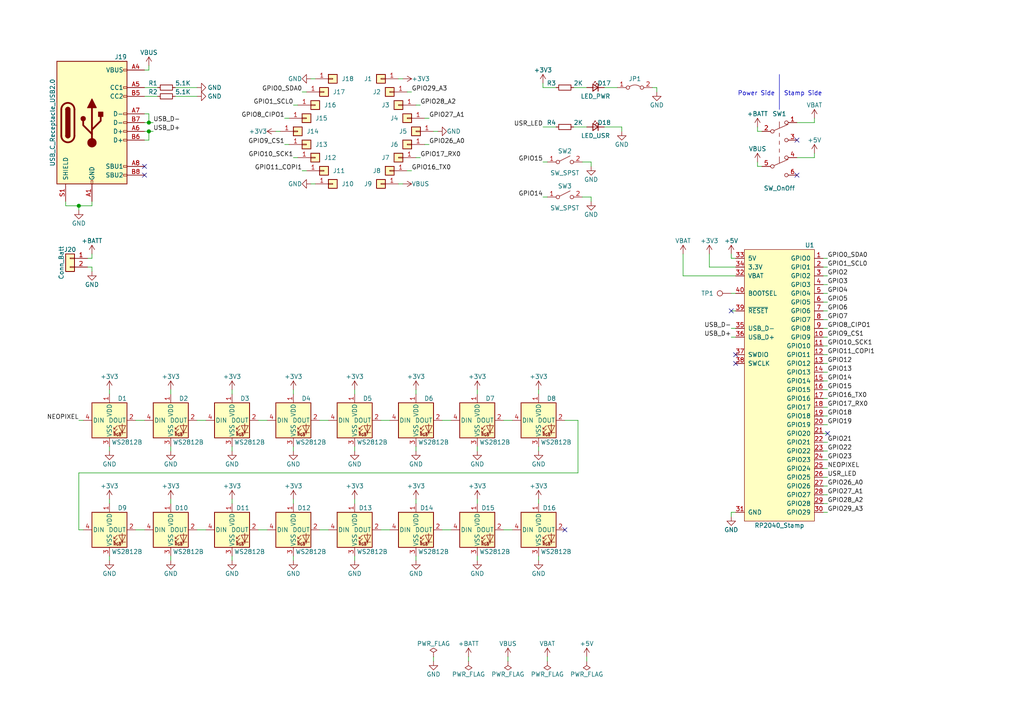
<source format=kicad_sch>
(kicad_sch (version 20220126) (generator eeschema)
  (paper "A4")
  (lib_symbols
    (symbol "Connector:TestPoint" (pin_numbers hide) (pin_names (offset 0.762) hide)
      (property "Reference" "TP" (at 0 6.858 0))
      (property "Value" "TestPoint" (at 0 5.08 0))
      (symbol "TestPoint_1_1"
        (pin passive line (at 0 0 90) (length 2.54) (name "1") (number "1"))
      )
    )
    (symbol "Connector:USB_C_Receptacle_USB2.0" (pin_names (offset 1.016))
      (property "Reference" "J" (at -10.16 19.05 0))
      (property "Value" "USB_C_Receptacle_USB2.0" (at 19.05 19.05 0))
      (symbol "USB_C_Receptacle_USB2.0_1_1"
        (pin passive line (at 0 -22.86 90) (length 5.08) (name "GND") (number "A1"))
        (pin passive line (at 0 -22.86 90) (length 5.08) hide (name "GND") (number "A12"))
        (pin passive line (at 15.24 15.24 180) (length 5.08) (name "VBUS") (number "A4"))
        (pin bidirectional line (at 15.24 10.16 180) (length 5.08) (name "CC1") (number "A5"))
        (pin bidirectional line (at 15.24 -2.54 180) (length 5.08) (name "D+") (number "A6"))
        (pin bidirectional line (at 15.24 2.54 180) (length 5.08) (name "D-") (number "A7"))
        (pin bidirectional line (at 15.24 -12.7 180) (length 5.08) (name "SBU1") (number "A8"))
        (pin passive line (at 15.24 15.24 180) (length 5.08) hide (name "VBUS") (number "A9"))
        (pin passive line (at 0 -22.86 90) (length 5.08) hide (name "GND") (number "B1"))
        (pin passive line (at 0 -22.86 90) (length 5.08) hide (name "GND") (number "B12"))
        (pin passive line (at 15.24 15.24 180) (length 5.08) hide (name "VBUS") (number "B4"))
        (pin bidirectional line (at 15.24 7.62 180) (length 5.08) (name "CC2") (number "B5"))
        (pin bidirectional line (at 15.24 -5.08 180) (length 5.08) (name "D+") (number "B6"))
        (pin bidirectional line (at 15.24 0 180) (length 5.08) (name "D-") (number "B7"))
        (pin bidirectional line (at 15.24 -15.24 180) (length 5.08) (name "SBU2") (number "B8"))
        (pin passive line (at 15.24 15.24 180) (length 5.08) hide (name "VBUS") (number "B9"))
        (pin passive line (at -7.62 -22.86 90) (length 5.08) (name "SHIELD") (number "S1"))
      )
    )
    (symbol "Connector_Generic:Conn_01x01" (pin_names (offset 1.016) hide)
      (property "Reference" "J" (at 0 2.54 0))
      (property "Value" "Conn_01x01" (at 0 -2.54 0))
      (symbol "Conn_01x01_1_1"
        (pin passive line (at -5.08 0 0) (length 3.81) (name "Pin_1") (number "1"))
      )
    )
    (symbol "Connector_Generic:Conn_01x02" (pin_names (offset 1.016) hide)
      (property "Reference" "J" (at 0 2.54 0))
      (property "Value" "Conn_01x02" (at 0 -5.08 0))
      (symbol "Conn_01x02_1_1"
        (pin passive line (at -5.08 0 0) (length 3.81) (name "Pin_1") (number "1"))
        (pin passive line (at -5.08 -2.54 0) (length 3.81) (name "Pin_2") (number "2"))
      )
    )
    (symbol "Device:LED_Small" (pin_numbers hide) (pin_names (offset 0.254) hide)
      (property "Reference" "D" (at -1.27 3.175 0))
      (property "Value" "LED_Small" (at -4.445 -2.54 0))
      (symbol "LED_Small_1_1"
        (pin passive line (at -2.54 0 0) (length 1.778) (name "K") (number "1"))
        (pin passive line (at 2.54 0 180) (length 1.778) (name "A") (number "2"))
      )
    )
    (symbol "Device:R_Small" (pin_numbers hide) (pin_names (offset 0.254) hide)
      (property "Reference" "R" (at 0.762 0.508 0))
      (property "Value" "R_Small" (at 0.762 -1.016 0))
      (symbol "R_Small_1_1"
        (pin passive line (at 0 2.54 270) (length 0.762) (name "~") (number "1"))
        (pin passive line (at 0 -2.54 90) (length 0.762) (name "~") (number "2"))
      )
    )
    (symbol "Jumper:Jumper_2_Bridged" (pin_names (offset 0) hide)
      (property "Reference" "JP" (at 0 1.905 0))
      (property "Value" "Jumper_2_Bridged" (at 0 -2.54 0))
      (symbol "Jumper_2_Bridged_1_1"
        (pin passive line (at -5.08 0 0) (length 2.54) (name "A") (number "1"))
        (pin passive line (at 5.08 0 180) (length 2.54) (name "B") (number "2"))
      )
    )
    (symbol "LED:WS2812B" (pin_names (offset 0.254))
      (property "Reference" "D" (at 5.08 5.715 0))
      (property "Value" "WS2812B" (at 1.27 -5.715 0))
      (symbol "WS2812B_0_0"
        (text "RGB" (at 2.286 -4.191 0) (effects (font (size 0.762 0.762))))
      )
      (symbol "WS2812B_1_1"
        (pin power_in line (at 0 7.62 270) (length 2.54) (name "VDD") (number "1"))
        (pin output line (at 7.62 0 180) (length 2.54) (name "DOUT") (number "2"))
        (pin power_in line (at 0 -7.62 90) (length 2.54) (name "VSS") (number "3"))
        (pin input line (at -7.62 0 0) (length 2.54) (name "DIN") (number "4"))
      )
    )
    (symbol "RP2040_Stamp:RP2040_Stamp" (pin_names (offset 1.016))
      (property "Reference" "U" (at 0 43.18 0))
      (property "Value" "RP2040_Stamp" (at 0 -38.1 0))
      (symbol "RP2040_Stamp_0_0"
        (pin bidirectional line (at 12.7 39.37 180) (length 2.54) (name "GPIO0") (number "1"))
        (pin bidirectional line (at 12.7 16.51 180) (length 2.54) (name "GPIO9") (number "10"))
        (pin bidirectional line (at 12.7 13.97 180) (length 2.54) (name "GPIO10") (number "11"))
        (pin bidirectional line (at 12.7 11.43 180) (length 2.54) (name "GPIO11") (number "12"))
        (pin bidirectional line (at 12.7 8.89 180) (length 2.54) (name "GPIO12") (number "13"))
        (pin bidirectional line (at 12.7 6.35 180) (length 2.54) (name "GPIO13") (number "14"))
        (pin bidirectional line (at 12.7 3.81 180) (length 2.54) (name "GPIO14") (number "15"))
        (pin bidirectional line (at 12.7 1.27 180) (length 2.54) (name "GPIO15") (number "16"))
        (pin bidirectional line (at 12.7 -1.27 180) (length 2.54) (name "GPIO16") (number "17"))
        (pin bidirectional line (at 12.7 -3.81 180) (length 2.54) (name "GPIO17") (number "18"))
        (pin bidirectional line (at 12.7 -6.35 180) (length 2.54) (name "GPIO18") (number "19"))
        (pin bidirectional line (at 12.7 36.83 180) (length 2.54) (name "GPIO1") (number "2"))
        (pin bidirectional line (at 12.7 -8.89 180) (length 2.54) (name "GPIO19") (number "20"))
        (pin bidirectional line (at 12.7 -11.43 180) (length 2.54) (name "GPIO20") (number "21"))
        (pin bidirectional line (at 12.7 -13.97 180) (length 2.54) (name "GPIO21") (number "22"))
        (pin bidirectional line (at 12.7 -16.51 180) (length 2.54) (name "GPIO22") (number "23"))
        (pin bidirectional line (at 12.7 -19.05 180) (length 2.54) (name "GPIO23") (number "24"))
        (pin bidirectional line (at 12.7 -21.59 180) (length 2.54) (name "GPIO24") (number "25"))
        (pin bidirectional line (at 12.7 -24.13 180) (length 2.54) (name "GPIO25") (number "26"))
        (pin bidirectional line (at 12.7 -26.67 180) (length 2.54) (name "GPIO26") (number "27"))
        (pin bidirectional line (at 12.7 -29.21 180) (length 2.54) (name "GPIO27") (number "28"))
        (pin bidirectional line (at 12.7 -31.75 180) (length 2.54) (name "GPIO28") (number "29"))
        (pin bidirectional line (at 12.7 34.29 180) (length 2.54) (name "GPIO2") (number "3"))
        (pin bidirectional line (at 12.7 -34.29 180) (length 2.54) (name "GPIO29") (number "30"))
        (pin power_in line (at -12.7 -34.29 0) (length 2.54) (name "GND") (number "31"))
        (pin power_in line (at -12.7 34.29 0) (length 2.54) (name "VBAT") (number "32"))
        (pin power_in line (at -12.7 39.37 0) (length 2.54) (name "5V") (number "33"))
        (pin power_out line (at -12.7 36.83 0) (length 2.54) (name "3.3V") (number "34"))
        (pin bidirectional line (at -12.7 19.05 0) (length 2.54) (name "USB_D-") (number "35"))
        (pin bidirectional line (at -12.7 16.51 0) (length 2.54) (name "USB_D+") (number "36"))
        (pin bidirectional line (at -12.7 11.43 0) (length 2.54) (name "SWDIO") (number "37"))
        (pin input line (at -12.7 8.89 0) (length 2.54) (name "SWCLK") (number "38"))
        (pin bidirectional line (at -12.7 24.13 0) (length 2.54) (name "~{RESET}") (number "39"))
        (pin bidirectional line (at 12.7 31.75 180) (length 2.54) (name "GPIO3") (number "4"))
        (pin input line (at -12.7 29.21 0) (length 2.54) (name "BOOTSEL") (number "40"))
        (pin bidirectional line (at 12.7 29.21 180) (length 2.54) (name "GPIO4") (number "5"))
        (pin bidirectional line (at 12.7 26.67 180) (length 2.54) (name "GPIO5") (number "6"))
        (pin bidirectional line (at 12.7 24.13 180) (length 2.54) (name "GPIO6") (number "7"))
        (pin bidirectional line (at 12.7 21.59 180) (length 2.54) (name "GPIO7") (number "8"))
        (pin bidirectional line (at 12.7 19.05 180) (length 2.54) (name "GPIO8") (number "9"))
      )
    )
    (symbol "Switch:SW_Push_DPDT" (pin_names (offset 0) hide)
      (property "Reference" "SW" (at 0 8.89 0))
      (property "Value" "SW_Push_DPDT" (at 0 -10.16 0))
      (symbol "SW_Push_DPDT_1_1"
        (pin passive line (at 5.08 7.62 180) (length 2.54) (name "A") (number "1"))
        (pin passive line (at -5.08 5.08 0) (length 2.54) (name "B") (number "2"))
        (pin passive line (at 5.08 2.54 180) (length 2.54) (name "C") (number "3"))
        (pin passive line (at 5.08 -2.54 180) (length 2.54) (name "A") (number "4"))
        (pin passive line (at -5.08 -5.08 0) (length 2.54) (name "B") (number "5"))
        (pin passive line (at 5.08 -7.62 180) (length 2.54) (name "C") (number "6"))
      )
    )
    (symbol "Switch:SW_SPST" (pin_names (offset 0) hide)
      (property "Reference" "SW" (at 0 3.175 0))
      (property "Value" "SW_SPST" (at 0 -2.54 0))
      (symbol "SW_SPST_1_1"
        (pin passive line (at -5.08 0 0) (length 2.54) (name "A") (number "1"))
        (pin passive line (at 5.08 0 180) (length 2.54) (name "B") (number "2"))
      )
    )
    (symbol "power:+3.3V" (power) (pin_names (offset 0))
      (property "Value" "+3.3V" (at 0 3.556 0))
      (symbol "+3.3V_1_1"
        (pin power_in line (at 0 0 90) (length 0) hide (name "+3V3") (number "1"))
      )
    )
    (symbol "power:+5V" (power) (pin_names (offset 0))
      (property "Value" "+5V" (at 0 3.556 0))
      (symbol "+5V_1_1"
        (pin power_in line (at 0 0 90) (length 0) hide (name "+5V") (number "1"))
      )
    )
    (symbol "power:+BATT" (power) (pin_names (offset 0))
      (property "Value" "+BATT" (at 0 3.556 0))
      (symbol "+BATT_1_1"
        (pin power_in line (at 0 0 90) (length 0) hide (name "+BATT") (number "1"))
      )
    )
    (symbol "power:GND" (power) (pin_names (offset 0))
      (property "Value" "GND" (at 0 -3.81 0))
      (symbol "GND_1_1"
        (pin power_in line (at 0 0 270) (length 0) hide (name "GND") (number "1"))
      )
    )
    (symbol "power:PWR_FLAG" (power) (pin_numbers hide) (pin_names (offset 0) hide)
      (property "Value" "PWR_FLAG" (at 0 3.81 0))
      (symbol "PWR_FLAG_0_0"
        (pin power_out line (at 0 0 90) (length 0) (name "pwr") (number "1"))
      )
    )
    (symbol "power:VBUS" (power) (pin_names (offset 0))
      (property "Value" "VBUS" (at 0 3.81 0))
      (symbol "VBUS_1_1"
        (pin power_in line (at 0 0 90) (length 0) hide (name "VBUS") (number "1"))
      )
    )
    (symbol "power_extra:VBAT" (power) (pin_names (offset 0))
      (property "Value" "VBAT" (at 0 3.556 0))
      (symbol "VBAT_1_1"
        (pin power_in line (at 0 0 90) (length 0) hide (name "VBAT") (number "1"))
      )
    )
  )
  (junction (at 43.18 35.56) (diameter 1.016))
  (junction (at 22.86 59.69) (diameter 1.016))
  (junction (at 43.18 38.1) (diameter 1.016))
  (no_connect (at 212.09 90.17))
  (no_connect (at 213.36 105.41))
  (no_connect (at 213.36 102.87))
  (no_connect (at 41.91 50.8))
  (no_connect (at 231.14 40.64))
  (no_connect (at 231.14 50.8))
  (no_connect (at 240.03 125.73))
  (no_connect (at 41.91 48.26))
  (no_connect (at 163.83 153.67))
  (wire (pts (xy 22.86 59.69) (xy 26.67 59.69)))
  (wire (pts (xy 25.4 77.47) (xy 26.67 77.47)))
  (wire (pts (xy 213.36 74.93) (xy 212.09 74.93)))
  (wire (pts (xy 120.65 161.29) (xy 120.65 162.56)))
  (wire (pts (xy 22.86 59.69) (xy 22.86 60.96)))
  (wire (pts (xy 213.36 77.47) (xy 205.74 77.47)))
  (wire (pts (xy 43.18 35.56) (xy 44.45 35.56)))
  (wire (pts (xy 49.53 113.03) (xy 49.53 114.3)))
  (wire (pts (xy 41.91 27.94) (xy 45.72 27.94)))
  (wire (pts (xy 238.76 100.33) (xy 240.03 100.33)))
  (wire (pts (xy 238.76 125.73) (xy 240.03 125.73)))
  (wire (pts (xy 138.43 161.29) (xy 138.43 162.56)))
  (wire (pts (xy 238.76 82.55) (xy 240.03 82.55)))
  (wire (pts (xy 123.19 34.29) (xy 124.46 34.29)))
  (wire (pts (xy 74.93 121.92) (xy 77.47 121.92)))
  (wire (pts (xy 168.91 57.15) (xy 171.45 57.15)))
  (wire (pts (xy 238.76 143.51) (xy 240.03 143.51)))
  (wire (pts (xy 238.76 107.95) (xy 240.03 107.95)))
  (wire (pts (xy 175.26 36.83) (xy 180.34 36.83)))
  (wire (pts (xy 82.55 41.91) (xy 83.82 41.91)))
  (wire (pts (xy 156.21 161.29) (xy 156.21 162.56)))
  (wire (pts (xy 238.76 140.97) (xy 240.03 140.97)))
  (wire (pts (xy 238.76 80.01) (xy 240.03 80.01)))
  (wire (pts (xy 39.37 153.67) (xy 41.91 153.67)))
  (wire (pts (xy 41.91 40.64) (xy 43.18 40.64)))
  (wire (pts (xy 50.8 25.4) (xy 57.15 25.4)))
  (wire (pts (xy 236.22 34.29) (xy 236.22 35.56)))
  (wire (pts (xy 168.91 46.99) (xy 171.45 46.99)))
  (wire (pts (xy 138.43 129.54) (xy 138.43 130.81)))
  (wire (pts (xy 41.91 38.1) (xy 43.18 38.1)))
  (wire (pts (xy 147.32 190.5) (xy 147.32 191.77)))
  (wire (pts (xy 92.71 121.92) (xy 95.25 121.92)))
  (wire (pts (xy 135.89 190.5) (xy 135.89 191.77)))
  (wire (pts (xy 85.09 113.03) (xy 85.09 114.3)))
  (wire (pts (xy 90.17 53.34) (xy 91.44 53.34)))
  (wire (pts (xy 236.22 44.45) (xy 236.22 45.72)))
  (wire (pts (xy 166.37 25.4) (xy 170.18 25.4)))
  (wire (pts (xy 156.21 144.78) (xy 156.21 146.05)))
  (wire (pts (xy 238.76 120.65) (xy 240.03 120.65)))
  (wire (pts (xy 85.09 161.29) (xy 85.09 162.56)))
  (wire (pts (xy 49.53 161.29) (xy 49.53 162.56)))
  (wire (pts (xy 231.14 35.56) (xy 236.22 35.56)))
  (wire (pts (xy 31.75 144.78) (xy 31.75 146.05)))
  (wire (pts (xy 238.76 128.27) (xy 240.03 128.27)))
  (wire (pts (xy 238.76 138.43) (xy 240.03 138.43)))
  (wire (pts (xy 238.76 95.25) (xy 240.03 95.25)))
  (wire (pts (xy 123.19 41.91) (xy 124.46 41.91)))
  (wire (pts (xy 90.17 22.86) (xy 91.44 22.86)))
  (wire (pts (xy 31.75 129.54) (xy 31.75 130.81)))
  (wire (pts (xy 219.71 48.26) (xy 220.98 48.26)))
  (wire (pts (xy 157.48 46.99) (xy 158.75 46.99)))
  (wire (pts (xy 115.57 22.86) (xy 116.84 22.86)))
  (wire (pts (xy 189.23 25.4) (xy 190.5 25.4)))
  (wire (pts (xy 24.13 153.67) (xy 22.86 153.67)))
  (wire (pts (xy 120.65 30.48) (xy 121.92 30.48)))
  (wire (pts (xy 157.48 36.83) (xy 161.29 36.83)))
  (wire (pts (xy 171.45 57.15) (xy 171.45 58.42)))
  (wire (pts (xy 170.18 190.5) (xy 170.18 191.77)))
  (wire (pts (xy 102.87 144.78) (xy 102.87 146.05)))
  (wire (pts (xy 231.14 45.72) (xy 236.22 45.72)))
  (wire (pts (xy 50.8 27.94) (xy 57.15 27.94)))
  (wire (pts (xy 85.09 45.72) (xy 86.36 45.72)))
  (wire (pts (xy 146.05 153.67) (xy 148.59 153.67)))
  (wire (pts (xy 49.53 129.54) (xy 49.53 130.81)))
  (wire (pts (xy 238.76 102.87) (xy 240.03 102.87)))
  (wire (pts (xy 175.26 25.4) (xy 179.07 25.4)))
  (wire (pts (xy 85.09 144.78) (xy 85.09 146.05)))
  (wire (pts (xy 163.83 121.92) (xy 167.64 121.92)))
  (wire (pts (xy 138.43 144.78) (xy 138.43 146.05)))
  (wire (pts (xy 67.31 129.54) (xy 67.31 130.81)))
  (wire (pts (xy 102.87 113.03) (xy 102.87 114.3)))
  (wire (pts (xy 238.76 105.41) (xy 240.03 105.41)))
  (wire (pts (xy 238.76 118.11) (xy 240.03 118.11)))
  (wire (pts (xy 115.57 53.34) (xy 116.84 53.34)))
  (wire (pts (xy 157.48 24.13) (xy 157.48 25.4)))
  (wire (pts (xy 74.93 153.67) (xy 77.47 153.67)))
  (wire (pts (xy 87.63 49.53) (xy 88.9 49.53)))
  (wire (pts (xy 180.34 36.83) (xy 180.34 38.1)))
  (wire (pts (xy 110.49 121.92) (xy 113.03 121.92)))
  (wire (pts (xy 19.05 59.69) (xy 22.86 59.69)))
  (wire (pts (xy 212.09 97.79) (xy 213.36 97.79)))
  (wire (pts (xy 57.15 153.67) (xy 59.69 153.67)))
  (wire (pts (xy 212.09 73.66) (xy 212.09 74.93)))
  (wire (pts (xy 161.29 25.4) (xy 157.48 25.4)))
  (wire (pts (xy 43.18 33.02) (xy 43.18 35.56)))
  (wire (pts (xy 25.4 74.93) (xy 26.67 74.93)))
  (wire (pts (xy 166.37 36.83) (xy 170.18 36.83)))
  (wire (pts (xy 238.76 85.09) (xy 240.03 85.09)))
  (wire (pts (xy 238.76 110.49) (xy 240.03 110.49)))
  (wire (pts (xy 238.76 90.17) (xy 240.03 90.17)))
  (wire (pts (xy 238.76 146.05) (xy 240.03 146.05)))
  (wire (pts (xy 238.76 74.93) (xy 240.03 74.93)))
  (wire (pts (xy 118.11 49.53) (xy 119.38 49.53)))
  (wire (pts (xy 238.76 97.79) (xy 240.03 97.79)))
  (wire (pts (xy 22.86 121.92) (xy 24.13 121.92)))
  (wire (pts (xy 67.31 161.29) (xy 67.31 162.56)))
  (wire (pts (xy 212.09 90.17) (xy 213.36 90.17)))
  (wire (pts (xy 238.76 148.59) (xy 240.03 148.59)))
  (wire (pts (xy 67.31 144.78) (xy 67.31 146.05)))
  (wire (pts (xy 31.75 161.29) (xy 31.75 162.56)))
  (wire (pts (xy 39.37 121.92) (xy 41.91 121.92)))
  (wire (pts (xy 85.09 129.54) (xy 85.09 130.81)))
  (wire (pts (xy 167.64 137.16) (xy 167.64 121.92)))
  (wire (pts (xy 138.43 113.03) (xy 138.43 114.3)))
  (wire (pts (xy 238.76 135.89) (xy 240.03 135.89)))
  (wire (pts (xy 120.65 113.03) (xy 120.65 114.3)))
  (wire (pts (xy 67.31 113.03) (xy 67.31 114.3)))
  (wire (pts (xy 19.05 58.42) (xy 19.05 59.69)))
  (wire (pts (xy 238.76 133.35) (xy 240.03 133.35)))
  (wire (pts (xy 41.91 33.02) (xy 43.18 33.02)))
  (wire (pts (xy 238.76 92.71) (xy 240.03 92.71)))
  (wire (pts (xy 43.18 40.64) (xy 43.18 38.1)))
  (wire (pts (xy 213.36 148.59) (xy 212.09 148.59)))
  (wire (pts (xy 219.71 36.83) (xy 219.71 38.1)))
  (wire (pts (xy 22.86 153.67) (xy 22.86 137.16)))
  (wire (pts (xy 43.18 19.05) (xy 43.18 20.32)))
  (wire (pts (xy 26.67 77.47) (xy 26.67 78.74)))
  (wire (pts (xy 213.36 80.01) (xy 198.12 80.01)))
  (wire (pts (xy 87.63 26.67) (xy 88.9 26.67)))
  (wire (pts (xy 238.76 113.03) (xy 240.03 113.03)))
  (wire (pts (xy 41.91 35.56) (xy 43.18 35.56)))
  (wire (pts (xy 120.65 144.78) (xy 120.65 146.05)))
  (wire (pts (xy 22.86 137.16) (xy 167.64 137.16)))
  (wire (pts (xy 238.76 130.81) (xy 240.03 130.81)))
  (wire (pts (xy 190.5 25.4) (xy 190.5 26.67)))
  (wire (pts (xy 238.76 87.63) (xy 240.03 87.63)))
  (wire (pts (xy 156.21 129.54) (xy 156.21 130.81)))
  (wire (pts (xy 125.73 38.1) (xy 127 38.1)))
  (wire (pts (xy 212.09 95.25) (xy 213.36 95.25)))
  (wire (pts (xy 205.74 73.66) (xy 205.74 77.47)))
  (wire (pts (xy 43.18 38.1) (xy 44.45 38.1)))
  (wire (pts (xy 238.76 77.47) (xy 240.03 77.47)))
  (wire (pts (xy 102.87 161.29) (xy 102.87 162.56)))
  (wire (pts (xy 85.09 30.48) (xy 86.36 30.48)))
  (wire (pts (xy 26.67 73.66) (xy 26.67 74.93)))
  (wire (pts (xy 128.27 121.92) (xy 130.81 121.92)))
  (wire (pts (xy 212.09 85.09) (xy 213.36 85.09)))
  (wire (pts (xy 41.91 20.32) (xy 43.18 20.32)))
  (wire (pts (xy 128.27 153.67) (xy 130.81 153.67)))
  (wire (pts (xy 219.71 38.1) (xy 220.98 38.1)))
  (wire (pts (xy 238.76 123.19) (xy 240.03 123.19)))
  (polyline (pts (xy 226.06 21.59) (xy 226.06 31.75)))
  (wire (pts (xy 49.53 144.78) (xy 49.53 146.05)))
  (wire (pts (xy 238.76 115.57) (xy 240.03 115.57)))
  (wire (pts (xy 125.73 190.5) (xy 125.73 191.77)))
  (wire (pts (xy 156.21 113.03) (xy 156.21 114.3)))
  (wire (pts (xy 92.71 153.67) (xy 95.25 153.67)))
  (wire (pts (xy 110.49 153.67) (xy 113.03 153.67)))
  (wire (pts (xy 198.12 73.66) (xy 198.12 80.01)))
  (wire (pts (xy 212.09 148.59) (xy 212.09 149.86)))
  (wire (pts (xy 57.15 121.92) (xy 59.69 121.92)))
  (wire (pts (xy 120.65 45.72) (xy 121.92 45.72)))
  (wire (pts (xy 118.11 26.67) (xy 119.38 26.67)))
  (wire (pts (xy 146.05 121.92) (xy 148.59 121.92)))
  (wire (pts (xy 31.75 113.03) (xy 31.75 114.3)))
  (wire (pts (xy 82.55 34.29) (xy 83.82 34.29)))
  (wire (pts (xy 157.48 57.15) (xy 158.75 57.15)))
  (wire (pts (xy 219.71 46.99) (xy 219.71 48.26)))
  (wire (pts (xy 171.45 46.99) (xy 171.45 48.26)))
  (wire (pts (xy 120.65 129.54) (xy 120.65 130.81)))
  (wire (pts (xy 41.91 25.4) (xy 45.72 25.4)))
  (wire (pts (xy 158.75 190.5) (xy 158.75 191.77)))
  (wire (pts (xy 80.01 38.1) (xy 81.28 38.1)))
  (wire (pts (xy 26.67 59.69) (xy 26.67 58.42)))
  (wire (pts (xy 102.87 129.54) (xy 102.87 130.81)))
  (text "Stamp Side" (at 227.33 27.94 0) (effects (font (size 1.27 1.27)) (justify left bottom)))
  (text "Power Side" (at 224.79 27.94 0) (effects (font (size 1.27 1.27)) (justify right bottom)))
  (label "GPIO10_SCK1" (at 240.03 100.33 0))
  (label "GPIO15" (at 157.48 46.99 0))
  (label "GPIO11_COPI1" (at 87.63 49.53 0))
  (label "GPIO1_SCL0" (at 240.03 77.47 0))
  (label "GPIO29_A3" (at 240.03 148.59 0))
  (label "GPIO17_RX0" (at 121.92 45.72 0))
  (label "GPIO16_TX0" (at 119.38 49.53 0))
  (label "GPIO7" (at 240.03 92.71 0))
  (label "GPIO9_CS1" (at 240.03 97.79 0))
  (label "GPIO5" (at 240.03 87.63 0))
  (label "GPIO26_A0" (at 124.46 41.91 0))
  (label "GPIO19" (at 240.03 123.19 0))
  (label "GPIO26_A0" (at 240.03 140.97 0))
  (label "GPIO29_A3" (at 119.38 26.67 0))
  (label "GPIO27_A1" (at 124.46 34.29 0))
  (label "USR_LED" (at 157.48 36.83 0))
  (label "USB_D-" (at 44.45 35.56 0))
  (label "USB_D+" (at 212.09 97.79 0))
  (label "USB_D-" (at 212.09 95.25 0))
  (label "GPIO8_CIPO1" (at 240.03 95.25 0))
  (label "USR_LED" (at 240.03 138.43 0))
  (label "GPIO13" (at 240.03 107.95 0))
  (label "GPIO28_A2" (at 121.92 30.48 0))
  (label "GPIO22" (at 240.03 130.81 0))
  (label "GPIO0_SDA0" (at 87.63 26.67 0))
  (label "NEOPIXEL" (at 22.86 121.92 0))
  (label "GPIO21" (at 240.03 128.27 0))
  (label "USB_D+" (at 44.45 38.1 0))
  (label "GPIO0_SDA0" (at 240.03 74.93 0))
  (label "GPIO17_RX0" (at 240.03 118.11 0))
  (label "GPIO27_A1" (at 240.03 143.51 0))
  (label "GPIO4" (at 240.03 85.09 0))
  (label "GPIO15" (at 240.03 113.03 0))
  (label "GPIO14" (at 240.03 110.49 0))
  (label "GPIO14" (at 157.48 57.15 0))
  (label "NEOPIXEL" (at 240.03 135.89 0))
  (label "GPIO11_COPI1" (at 240.03 102.87 0))
  (label "GPIO2" (at 240.03 80.01 0))
  (label "GPIO10_SCK1" (at 85.09 45.72 0))
  (label "GPIO16_TX0" (at 240.03 115.57 0))
  (label "GPIO9_CS1" (at 82.55 41.91 0))
  (label "GPIO1_SCL0" (at 85.09 30.48 0))
  (label "GPIO6" (at 240.03 90.17 0))
  (label "GPIO28_A2" (at 240.03 146.05 0))
  (label "GPIO8_CIPO1" (at 82.55 34.29 0))
  (label "GPIO23" (at 240.03 133.35 0))
  (label "GPIO12" (at 240.03 105.41 0))
  (label "GPIO3" (at 240.03 82.55 0))
  (label "GPIO18" (at 240.03 120.65 0))
  (symbol (lib_id "LED:WS2812B") (at 120.65 153.67 0) (unit 1)
    (property "Reference" "D14" (at 125.73 147.32 0) (effects (justify right)))
    (property "Value" "WS2812B" (at 125.73 160.02 0))
    (property "Footprint" "LED_SMD_Extra:LED_WS2812B_PLCC4_3.5x3.5mm_P1.78mm" (effects hide))
    (property "Datasheet" "https://www.tme.eu/Document/01c0100fee68667af99767edc3a7fee2/WS2812B-MINI.pdf" (effects hide))
    (property "LCSC" "C527089" (effects hide))
  )
  (symbol (lib_id "Connector_Generic:Conn_01x01") (at 110.49 22.86 180) (unit 1) (in_bom no)
    (property "Reference" "J1" (at 107.95 22.86 0) (effects (justify left)))
    (property "Value" "Conn_01x01" (effects hide))
    (property "Footprint" "rp2040_stamp_round:MountingHole_3.2mm_M3_Pad_Polygon" (effects hide))
  )
  (symbol (lib_id "LED:WS2812B") (at 31.75 153.67 0) (unit 1)
    (property "Reference" "D9" (at 36.83 147.32 0) (effects (justify right)))
    (property "Value" "WS2812B" (at 36.83 160.02 0))
    (property "Footprint" "LED_SMD_Extra:LED_WS2812B_PLCC4_3.5x3.5mm_P1.78mm" (effects hide))
    (property "Datasheet" "https://www.tme.eu/Document/01c0100fee68667af99767edc3a7fee2/WS2812B-MINI.pdf" (effects hide))
    (property "LCSC" "C527089" (effects hide))
  )
  (symbol (lib_id "power:GND") (at 171.45 48.26 0) (unit 1)
    (property "Reference" "#PWR0107" (effects hide))
    (property "Value" "GND" (at 171.45 52.07 0))
  )
  (symbol (lib_id "power:+BATT") (at 26.67 73.66 0) (unit 1)
    (property "Reference" "#PWR041" (effects hide))
    (property "Value" "+BATT" (at 26.67 69.85 0))
  )
  (symbol (lib_id "power:+3.3V") (at 85.09 144.78 0) (unit 1)
    (property "Reference" "#PWR020" (effects hide))
    (property "Value" "+3.3V" (at 85.09 140.97 0))
  )
  (symbol (lib_id "Connector_Generic:Conn_01x01") (at 91.44 45.72 0) (unit 1) (in_bom no)
    (property "Reference" "J12" (at 93.98 45.72 0) (effects (justify left)))
    (property "Value" "Conn_01x01" (effects hide))
    (property "Footprint" "rp2040_stamp_round:MountingHole_3.2mm_M3_Pad_Polygon" (effects hide))
  )
  (symbol (lib_id "Connector_Generic:Conn_01x01") (at 88.9 34.29 0) (unit 1) (in_bom no)
    (property "Reference" "J15" (at 91.44 34.29 0) (effects (justify left)))
    (property "Value" "Conn_01x01" (effects hide))
    (property "Footprint" "rp2040_stamp_round:MountingHole_3.2mm_M3_Pad_Polygon" (effects hide))
  )
  (symbol (lib_id "power:+3.3V") (at 156.21 144.78 0) (unit 1)
    (property "Reference" "#PWR024" (effects hide))
    (property "Value" "+3.3V" (at 156.21 140.97 0))
  )
  (symbol (lib_id "power:VBUS") (at 147.32 190.5 0) (unit 1)
    (property "Reference" "#PWR0109" (effects hide))
    (property "Value" "VBUS" (at 147.32 186.69 0))
  )
  (symbol (lib_id "Connector_Generic:Conn_01x01") (at 113.03 26.67 180) (unit 1) (in_bom no)
    (property "Reference" "J2" (at 110.49 26.67 0) (effects (justify left)))
    (property "Value" "Conn_01x01" (effects hide))
    (property "Footprint" "rp2040_stamp_round:MountingHole_3.2mm_M3_Pad_Polygon" (effects hide))
  )
  (symbol (lib_id "LED:WS2812B") (at 138.43 153.67 0) (unit 1)
    (property "Reference" "D15" (at 143.51 147.32 0) (effects (justify right)))
    (property "Value" "WS2812B" (at 143.51 160.02 0))
    (property "Footprint" "LED_SMD_Extra:LED_WS2812B_PLCC4_3.5x3.5mm_P1.78mm" (effects hide))
    (property "Datasheet" "https://www.tme.eu/Document/01c0100fee68667af99767edc3a7fee2/WS2812B-MINI.pdf" (effects hide))
    (property "LCSC" "C527089" (effects hide))
  )
  (symbol (lib_id "Connector_Generic:Conn_01x02") (at 20.32 74.93 0) (mirror y) (unit 1)
    (property "Reference" "J20" (at 20.32 72.39 0))
    (property "Value" "Conn_Batt" (at 17.78 76.2 90))
    (property "Footprint" "Connector_JST:JST_PH_S2B-PH-SM4-TB_1x02-1MP_P2.00mm_Horizontal" (effects hide))
    (property "LCSC" "C47647" (effects hide))
  )
  (symbol (lib_id "power:PWR_FLAG") (at 170.18 191.77 180) (unit 1)
    (property "Reference" "#FLG0105" (effects hide))
    (property "Value" "PWR_FLAG" (at 170.18 195.58 0))
  )
  (symbol (lib_id "Connector_Generic:Conn_01x01") (at 115.57 30.48 180) (unit 1) (in_bom no)
    (property "Reference" "J3" (at 113.03 30.48 0) (effects (justify left)))
    (property "Value" "Conn_01x01" (effects hide))
    (property "Footprint" "rp2040_stamp_round:MountingHole_3.2mm_M3_Pad_Polygon" (effects hide))
  )
  (symbol (lib_id "power:GND") (at 127 38.1 90) (unit 1)
    (property "Reference" "#PWR0101" (effects hide))
    (property "Value" "GND" (at 129.54 38.1 90) (effects (justify right)))
  )
  (symbol (lib_id "power:GND") (at 171.45 58.42 0) (unit 1)
    (property "Reference" "#PWR0108" (effects hide))
    (property "Value" "GND" (at 171.45 62.23 0))
  )
  (symbol (lib_id "LED:WS2812B") (at 67.31 121.92 0) (unit 1)
    (property "Reference" "D3" (at 72.39 115.57 0) (effects (justify right)))
    (property "Value" "WS2812B" (at 72.39 128.27 0))
    (property "Footprint" "LED_SMD_Extra:LED_WS2812B_PLCC4_3.5x3.5mm_P1.78mm" (effects hide))
    (property "Datasheet" "https://www.tme.eu/Document/01c0100fee68667af99767edc3a7fee2/WS2812B-MINI.pdf" (effects hide))
    (property "LCSC" "C527089" (effects hide))
  )
  (symbol (lib_id "power:GND") (at 57.15 27.94 90) (unit 1)
    (property "Reference" "#PWR035" (effects hide))
    (property "Value" "GND" (at 62.23 27.94 90))
  )
  (symbol (lib_id "Switch:SW_Push_DPDT") (at 226.06 43.18 0) (unit 1)
    (property "Reference" "SW1" (at 226.06 33.02 0))
    (property "Value" "SW_OnOff" (at 226.06 54.61 0))
    (property "Footprint" "Button_Switch_SMD:SW_DPDT_CK_JS202011JCQN" (effects hide))
    (property "LCSC" "C221665" (effects hide))
    (property "Digikey" "CKN10723CT-ND" (effects hide))
    (property "Mouser" "611-JS202011JCQN" (effects hide))
  )
  (symbol (lib_id "LED:WS2812B") (at 156.21 153.67 0) (unit 1)
    (property "Reference" "D16" (at 161.29 147.32 0) (effects (justify right)))
    (property "Value" "WS2812B" (at 161.29 160.02 0))
    (property "Footprint" "LED_SMD_Extra:LED_WS2812B_PLCC4_3.5x3.5mm_P1.78mm" (effects hide))
    (property "Datasheet" "https://www.tme.eu/Document/01c0100fee68667af99767edc3a7fee2/WS2812B-MINI.pdf" (effects hide))
    (property "LCSC" "C527089" (effects hide))
  )
  (symbol (lib_id "power:GND") (at 156.21 130.81 0) (unit 1)
    (property "Reference" "#PWR016" (effects hide))
    (property "Value" "GND" (at 156.21 134.62 0))
  )
  (symbol (lib_id "power:VBUS") (at 219.71 46.99 0) (unit 1)
    (property "Reference" "#PWR037" (effects hide))
    (property "Value" "VBUS" (at 219.71 43.18 0))
  )
  (symbol (lib_id "power:GND") (at 31.75 162.56 0) (unit 1)
    (property "Reference" "#PWR025" (effects hide))
    (property "Value" "GND" (at 31.75 166.37 0))
  )
  (symbol (lib_id "power:PWR_FLAG") (at 158.75 191.77 180) (unit 1)
    (property "Reference" "#FLG0104" (effects hide))
    (property "Value" "PWR_FLAG" (at 158.75 195.58 0))
  )
  (symbol (lib_id "power:+3.3V") (at 67.31 113.03 0) (unit 1)
    (property "Reference" "#PWR03" (effects hide))
    (property "Value" "+3.3V" (at 67.31 109.22 0))
  )
  (symbol (lib_id "power:+5V") (at 170.18 190.5 0) (unit 1)
    (property "Reference" "#PWR0112" (effects hide))
    (property "Value" "+5V" (at 170.18 186.69 0))
  )
  (symbol (lib_id "power:+3.3V") (at 67.31 144.78 0) (unit 1)
    (property "Reference" "#PWR019" (effects hide))
    (property "Value" "+3.3V" (at 67.31 140.97 0))
  )
  (symbol (lib_id "power:GND") (at 22.86 60.96 0) (unit 1)
    (property "Reference" "#PWR040" (effects hide))
    (property "Value" "GND" (at 22.86 64.77 0))
  )
  (symbol (lib_id "power:+3.3V") (at 102.87 113.03 0) (unit 1)
    (property "Reference" "#PWR05" (effects hide))
    (property "Value" "+3.3V" (at 102.87 109.22 0))
  )
  (symbol (lib_id "Connector:TestPoint") (at 212.09 85.09 90) (unit 1) (in_bom no)
    (property "Reference" "TP1" (at 207.01 85.09 90) (effects (justify left)))
    (property "Value" "TP_BOOTSEL" (effects hide))
    (property "Footprint" "TestPoint:TestPoint_Pad_D2.0mm" (effects hide))
  )
  (symbol (lib_id "power:GND") (at 31.75 130.81 0) (unit 1)
    (property "Reference" "#PWR09" (effects hide))
    (property "Value" "GND" (at 31.75 134.62 0))
  )
  (symbol (lib_id "Connector_Generic:Conn_01x01") (at 86.36 38.1 0) (unit 1) (in_bom no)
    (property "Reference" "J14" (at 88.9 38.1 0) (effects (justify left)))
    (property "Value" "Conn_01x01" (effects hide))
    (property "Footprint" "rp2040_stamp_round:MountingHole_3.2mm_M3_Pad_Polygon" (effects hide))
  )
  (symbol (lib_id "Connector_Generic:Conn_01x01") (at 120.65 38.1 180) (unit 1) (in_bom no)
    (property "Reference" "J5" (at 118.11 38.1 0) (effects (justify left)))
    (property "Value" "Conn_01x01" (effects hide))
    (property "Footprint" "rp2040_stamp_round:MountingHole_3.2mm_M3_Pad_Polygon" (effects hide))
  )
  (symbol (lib_id "power:GND") (at 180.34 38.1 0) (unit 1)
    (property "Reference" "#PWR049" (effects hide))
    (property "Value" "GND" (at 180.34 41.91 0))
  )
  (symbol (lib_id "power:PWR_FLAG") (at 147.32 191.77 180) (unit 1)
    (property "Reference" "#FLG0103" (effects hide))
    (property "Value" "PWR_FLAG" (at 147.32 195.58 0))
  )
  (symbol (lib_id "Connector_Generic:Conn_01x01") (at 88.9 41.91 0) (unit 1) (in_bom no)
    (property "Reference" "J13" (at 91.44 41.91 0) (effects (justify left)))
    (property "Value" "Conn_01x01" (effects hide))
    (property "Footprint" "rp2040_stamp_round:MountingHole_3.2mm_M3_Pad_Polygon" (effects hide))
  )
  (symbol (lib_id "LED:WS2812B") (at 67.31 153.67 0) (unit 1)
    (property "Reference" "D11" (at 72.39 147.32 0) (effects (justify right)))
    (property "Value" "WS2812B" (at 72.39 160.02 0))
    (property "Footprint" "LED_SMD_Extra:LED_WS2812B_PLCC4_3.5x3.5mm_P1.78mm" (effects hide))
    (property "Datasheet" "https://www.tme.eu/Document/01c0100fee68667af99767edc3a7fee2/WS2812B-MINI.pdf" (effects hide))
    (property "LCSC" "C527089" (effects hide))
  )
  (symbol (lib_id "power:+3.3V") (at 85.09 113.03 0) (unit 1)
    (property "Reference" "#PWR04" (effects hide))
    (property "Value" "+3.3V" (at 85.09 109.22 0))
  )
  (symbol (lib_id "power:GND") (at 138.43 162.56 0) (unit 1)
    (property "Reference" "#PWR031" (effects hide))
    (property "Value" "GND" (at 138.43 166.37 0))
  )
  (symbol (lib_id "Connector_Generic:Conn_01x01") (at 93.98 49.53 0) (unit 1) (in_bom no)
    (property "Reference" "J11" (at 96.52 49.53 0) (effects (justify left)))
    (property "Value" "Conn_01x01" (effects hide))
    (property "Footprint" "rp2040_stamp_round:MountingHole_3.2mm_M3_Pad_Polygon" (effects hide))
  )
  (symbol (lib_id "power:+BATT") (at 219.71 36.83 0) (unit 1)
    (property "Reference" "#PWR039" (effects hide))
    (property "Value" "+BATT" (at 219.71 33.02 0))
  )
  (symbol (lib_id "power:+3.3V") (at 157.48 24.13 0) (unit 1)
    (property "Reference" "#PWR047" (effects hide))
    (property "Value" "+3.3V" (at 157.48 20.32 0))
  )
  (symbol (lib_id "power:+3.3V") (at 156.21 113.03 0) (unit 1)
    (property "Reference" "#PWR08" (effects hide))
    (property "Value" "+3.3V" (at 156.21 109.22 0))
  )
  (symbol (lib_id "power:GND") (at 49.53 130.81 0) (unit 1)
    (property "Reference" "#PWR010" (effects hide))
    (property "Value" "GND" (at 49.53 134.62 0))
  )
  (symbol (lib_id "Connector_Generic:Conn_01x01") (at 118.11 41.91 180) (unit 1) (in_bom no)
    (property "Reference" "J6" (at 115.57 41.91 0) (effects (justify left)))
    (property "Value" "Conn_01x01" (effects hide))
    (property "Footprint" "rp2040_stamp_round:MountingHole_3.2mm_M3_Pad_Polygon" (effects hide))
  )
  (symbol (lib_id "power:+3.3V") (at 49.53 144.78 0) (unit 1)
    (property "Reference" "#PWR018" (effects hide))
    (property "Value" "+3.3V" (at 49.53 140.97 0))
  )
  (symbol (lib_id "power:GND") (at 125.73 191.77 0) (unit 1)
    (property "Reference" "#PWR0110" (effects hide))
    (property "Value" "GND" (at 125.73 195.58 0))
  )
  (symbol (lib_id "Connector_Generic:Conn_01x01") (at 96.52 22.86 0) (unit 1) (in_bom no)
    (property "Reference" "J18" (at 99.06 22.86 0) (effects (justify left)))
    (property "Value" "Conn_01x01" (effects hide))
    (property "Footprint" "rp2040_stamp_round:MountingHole_3.2mm_M3_Pad_Polygon" (effects hide))
  )
  (symbol (lib_id "power:+3.3V") (at 80.01 38.1 90) (unit 1)
    (property "Reference" "#PWR0103" (effects hide))
    (property "Value" "+3.3V" (at 77.47 38.1 90) (effects (justify left)))
  )
  (symbol (lib_id "power:VBUS") (at 116.84 53.34 270) (unit 1)
    (property "Reference" "#PWR0104" (effects hide))
    (property "Value" "VBUS" (at 119.38 53.34 90) (effects (justify left)))
  )
  (symbol (lib_id "power:+3.3V") (at 102.87 144.78 0) (unit 1)
    (property "Reference" "#PWR021" (effects hide))
    (property "Value" "+3.3V" (at 102.87 140.97 0))
  )
  (symbol (lib_id "power:+3.3V") (at 31.75 113.03 0) (unit 1)
    (property "Reference" "#PWR01" (effects hide))
    (property "Value" "+3.3V" (at 31.75 109.22 0))
  )
  (symbol (lib_id "power:+3.3V") (at 120.65 144.78 0) (unit 1)
    (property "Reference" "#PWR022" (effects hide))
    (property "Value" "+3.3V" (at 120.65 140.97 0))
  )
  (symbol (lib_id "power:GND") (at 90.17 53.34 270) (unit 1)
    (property "Reference" "#PWR0102" (effects hide))
    (property "Value" "GND" (at 87.63 53.34 90) (effects (justify right)))
  )
  (symbol (lib_id "power:+5V") (at 236.22 44.45 0) (unit 1)
    (property "Reference" "#PWR036" (effects hide))
    (property "Value" "+5V" (at 236.22 40.64 0))
  )
  (symbol (lib_id "Switch:SW_SPST") (at 163.83 57.15 0) (unit 1)
    (property "Reference" "SW3" (at 163.83 53.975 0))
    (property "Value" "SW_SPST" (at 163.83 60.325 0))
    (property "Footprint" "Button_Switch_SMD:SW_SPST_B3U-1000P-B" (effects hide))
    (property "LCSC" "C561514" (effects hide))
  )
  (symbol (lib_id "Device:R_Small") (at 48.26 25.4 90) (unit 1)
    (property "Reference" "R1" (at 45.72 24.13 90) (effects (justify left)))
    (property "Value" "5.1K" (at 50.8 24.13 90) (effects (justify right)))
    (property "Footprint" "Resistor_SMD:R_0603_1608Metric" (effects hide))
  )
  (symbol (lib_id "power:+3.3V") (at 138.43 113.03 0) (unit 1)
    (property "Reference" "#PWR07" (effects hide))
    (property "Value" "+3.3V" (at 138.43 109.22 0))
  )
  (symbol (lib_id "power:GND") (at 67.31 162.56 0) (unit 1)
    (property "Reference" "#PWR027" (effects hide))
    (property "Value" "GND" (at 67.31 166.37 0))
  )
  (symbol (lib_id "Connector_Generic:Conn_01x01") (at 91.44 30.48 0) (unit 1) (in_bom no)
    (property "Reference" "J16" (at 93.98 30.48 0) (effects (justify left)))
    (property "Value" "Conn_01x01" (effects hide))
    (property "Footprint" "rp2040_stamp_round:MountingHole_3.2mm_M3_Pad_Polygon" (effects hide))
  )
  (symbol (lib_id "Switch:SW_SPST") (at 163.83 46.99 0) (unit 1)
    (property "Reference" "SW2" (at 163.83 43.815 0))
    (property "Value" "SW_SPST" (at 163.83 50.165 0))
    (property "Footprint" "Button_Switch_SMD:SW_SPST_B3U-1000P-B" (effects hide))
    (property "LCSC" "C561514" (effects hide))
  )
  (symbol (lib_id "LED:WS2812B") (at 49.53 121.92 0) (unit 1)
    (property "Reference" "D2" (at 54.61 115.57 0) (effects (justify right)))
    (property "Value" "WS2812B" (at 54.61 128.27 0))
    (property "Footprint" "LED_SMD_Extra:LED_WS2812B_PLCC4_3.5x3.5mm_P1.78mm" (effects hide))
    (property "Datasheet" "https://www.tme.eu/Document/01c0100fee68667af99767edc3a7fee2/WS2812B-MINI.pdf" (effects hide))
    (property "LCSC" "C527089" (effects hide))
  )
  (symbol (lib_id "power:GND") (at 85.09 162.56 0) (unit 1)
    (property "Reference" "#PWR028" (effects hide))
    (property "Value" "GND" (at 85.09 166.37 0))
  )
  (symbol (lib_id "power_extra:VBAT") (at 198.12 73.66 0) (unit 1)
    (property "Reference" "#PWR042" (effects hide))
    (property "Value" "VBAT" (at 198.12 69.85 0))
  )
  (symbol (lib_id "power:+3.3V") (at 120.65 113.03 0) (unit 1)
    (property "Reference" "#PWR06" (effects hide))
    (property "Value" "+3.3V" (at 120.65 109.22 0))
  )
  (symbol (lib_id "power:GND") (at 102.87 162.56 0) (unit 1)
    (property "Reference" "#PWR029" (effects hide))
    (property "Value" "GND" (at 102.87 166.37 0))
  )
  (symbol (lib_id "power:+3.3V") (at 49.53 113.03 0) (unit 1)
    (property "Reference" "#PWR02" (effects hide))
    (property "Value" "+3.3V" (at 49.53 109.22 0))
  )
  (symbol (lib_id "Device:LED_Small") (at 172.72 25.4 0) (mirror y) (unit 1)
    (property "Reference" "D17" (at 175.26 24.13 0))
    (property "Value" "LED_PWR" (at 172.72 27.94 0))
    (property "Footprint" "LED_SMD:LED_0603_1608Metric" (effects hide))
  )
  (symbol (lib_id "power:+3.3V") (at 205.74 73.66 0) (unit 1)
    (property "Reference" "#PWR043" (effects hide))
    (property "Value" "+3.3V" (at 205.74 69.85 0))
  )
  (symbol (lib_id "power:VBUS") (at 43.18 19.05 0) (unit 1)
    (property "Reference" "#PWR033" (effects hide))
    (property "Value" "VBUS" (at 43.18 15.24 0))
  )
  (symbol (lib_id "power:PWR_FLAG") (at 135.89 191.77 180) (unit 1)
    (property "Reference" "#FLG0102" (effects hide))
    (property "Value" "PWR_FLAG" (at 135.89 195.58 0))
  )
  (symbol (lib_id "LED:WS2812B") (at 102.87 153.67 0) (unit 1)
    (property "Reference" "D13" (at 107.95 147.32 0) (effects (justify right)))
    (property "Value" "WS2812B" (at 107.95 160.02 0))
    (property "Footprint" "LED_SMD_Extra:LED_WS2812B_PLCC4_3.5x3.5mm_P1.78mm" (effects hide))
    (property "Datasheet" "https://www.tme.eu/Document/01c0100fee68667af99767edc3a7fee2/WS2812B-MINI.pdf" (effects hide))
    (property "LCSC" "C527089" (effects hide))
  )
  (symbol (lib_id "LED:WS2812B") (at 138.43 121.92 0) (unit 1)
    (property "Reference" "D7" (at 143.51 115.57 0) (effects (justify right)))
    (property "Value" "WS2812B" (at 143.51 128.27 0))
    (property "Footprint" "LED_SMD_Extra:LED_WS2812B_PLCC4_3.5x3.5mm_P1.78mm" (effects hide))
    (property "Datasheet" "https://www.tme.eu/Document/01c0100fee68667af99767edc3a7fee2/WS2812B-MINI.pdf" (effects hide))
    (property "LCSC" "C527089" (effects hide))
  )
  (symbol (lib_id "Connector_Generic:Conn_01x01") (at 115.57 45.72 180) (unit 1) (in_bom no)
    (property "Reference" "J7" (at 113.03 45.72 0) (effects (justify left)))
    (property "Value" "Conn_01x01" (effects hide))
    (property "Footprint" "rp2040_stamp_round:MountingHole_3.2mm_M3_Pad_Polygon" (effects hide))
  )
  (symbol (lib_id "power:GND") (at 138.43 130.81 0) (unit 1)
    (property "Reference" "#PWR015" (effects hide))
    (property "Value" "GND" (at 138.43 134.62 0))
  )
  (symbol (lib_id "RP2040_Stamp:RP2040_Stamp") (at 226.06 114.3 0) (unit 1)
    (property "Reference" "U1" (at 236.22 71.12 0) (effects (justify right)))
    (property "Value" "RP2040_Stamp" (at 226.06 152.4 0))
    (property "Footprint" "RP2040_Stamp:RP2040_Stamp_Springs" (effects hide))
  )
  (symbol (lib_id "LED:WS2812B") (at 85.09 153.67 0) (unit 1)
    (property "Reference" "D12" (at 90.17 147.32 0) (effects (justify right)))
    (property "Value" "WS2812B" (at 90.17 160.02 0))
    (property "Footprint" "LED_SMD_Extra:LED_WS2812B_PLCC4_3.5x3.5mm_P1.78mm" (effects hide))
    (property "Datasheet" "https://www.tme.eu/Document/01c0100fee68667af99767edc3a7fee2/WS2812B-MINI.pdf" (effects hide))
    (property "LCSC" "C527089" (effects hide))
  )
  (symbol (lib_id "LED:WS2812B") (at 85.09 121.92 0) (unit 1)
    (property "Reference" "D4" (at 90.17 115.57 0) (effects (justify right)))
    (property "Value" "WS2812B" (at 90.17 128.27 0))
    (property "Footprint" "LED_SMD_Extra:LED_WS2812B_PLCC4_3.5x3.5mm_P1.78mm" (effects hide))
    (property "Datasheet" "https://www.tme.eu/Document/01c0100fee68667af99767edc3a7fee2/WS2812B-MINI.pdf" (effects hide))
    (property "LCSC" "C527089" (effects hide))
  )
  (symbol (lib_id "power:+3.3V") (at 31.75 144.78 0) (unit 1)
    (property "Reference" "#PWR017" (effects hide))
    (property "Value" "+3.3V" (at 31.75 140.97 0))
  )
  (symbol (lib_id "Device:R_Small") (at 163.83 25.4 90) (unit 1)
    (property "Reference" "R3" (at 161.29 24.13 90) (effects (justify left)))
    (property "Value" "2K" (at 166.37 24.13 90) (effects (justify right)))
    (property "Footprint" "Resistor_SMD:R_0603_1608Metric" (effects hide))
  )
  (symbol (lib_id "power:GND") (at 212.09 149.86 0) (unit 1)
    (property "Reference" "#PWR046" (effects hide))
    (property "Value" "GND" (at 212.09 153.67 0))
  )
  (symbol (lib_id "power:GND") (at 120.65 162.56 0) (unit 1)
    (property "Reference" "#PWR030" (effects hide))
    (property "Value" "GND" (at 120.65 166.37 0))
  )
  (symbol (lib_id "power:+5V") (at 212.09 73.66 0) (unit 1)
    (property "Reference" "#PWR044" (effects hide))
    (property "Value" "+5V" (at 212.09 69.85 0))
  )
  (symbol (lib_id "power:+BATT") (at 135.89 190.5 0) (unit 1)
    (property "Reference" "#PWR0111" (effects hide))
    (property "Value" "+BATT" (at 135.89 186.69 0))
  )
  (symbol (lib_id "Connector_Generic:Conn_01x01") (at 113.03 49.53 180) (unit 1) (in_bom no)
    (property "Reference" "J8" (at 110.49 49.53 0) (effects (justify left)))
    (property "Value" "Conn_01x01" (effects hide))
    (property "Footprint" "rp2040_stamp_round:MountingHole_3.2mm_M3_Pad_Polygon" (effects hide))
  )
  (symbol (lib_id "power:GND") (at 57.15 25.4 90) (unit 1)
    (property "Reference" "#PWR034" (effects hide))
    (property "Value" "GND" (at 62.23 25.4 90))
  )
  (symbol (lib_id "power_extra:VBAT") (at 236.22 34.29 0) (unit 1)
    (property "Reference" "#PWR038" (effects hide))
    (property "Value" "VBAT" (at 236.22 30.48 0))
  )
  (symbol (lib_id "power:GND") (at 85.09 130.81 0) (unit 1)
    (property "Reference" "#PWR012" (effects hide))
    (property "Value" "GND" (at 85.09 134.62 0))
  )
  (symbol (lib_id "LED:WS2812B") (at 102.87 121.92 0) (unit 1)
    (property "Reference" "D5" (at 107.95 115.57 0) (effects (justify right)))
    (property "Value" "WS2812B" (at 107.95 128.27 0))
    (property "Footprint" "LED_SMD_Extra:LED_WS2812B_PLCC4_3.5x3.5mm_P1.78mm" (effects hide))
    (property "Datasheet" "https://www.tme.eu/Document/01c0100fee68667af99767edc3a7fee2/WS2812B-MINI.pdf" (effects hide))
    (property "LCSC" "C527089" (effects hide))
  )
  (symbol (lib_id "LED:WS2812B") (at 120.65 121.92 0) (unit 1)
    (property "Reference" "D6" (at 125.73 115.57 0) (effects (justify right)))
    (property "Value" "WS2812B" (at 125.73 128.27 0))
    (property "Footprint" "LED_SMD_Extra:LED_WS2812B_PLCC4_3.5x3.5mm_P1.78mm" (effects hide))
    (property "Datasheet" "https://www.tme.eu/Document/01c0100fee68667af99767edc3a7fee2/WS2812B-MINI.pdf" (effects hide))
    (property "LCSC" "C527089" (effects hide))
  )
  (symbol (lib_id "power:GND") (at 49.53 162.56 0) (unit 1)
    (property "Reference" "#PWR026" (effects hide))
    (property "Value" "GND" (at 49.53 166.37 0))
  )
  (symbol (lib_id "Device:R_Small") (at 48.26 27.94 90) (unit 1)
    (property "Reference" "R2" (at 45.72 26.67 90) (effects (justify left)))
    (property "Value" "5.1K" (at 50.8 26.67 90) (effects (justify right)))
    (property "Footprint" "Resistor_SMD:R_0603_1608Metric" (effects hide))
  )
  (symbol (lib_id "Connector_Generic:Conn_01x01") (at 110.49 53.34 180) (unit 1) (in_bom no)
    (property "Reference" "J9" (at 107.95 53.34 0) (effects (justify left)))
    (property "Value" "Conn_01x01" (effects hide))
    (property "Footprint" "rp2040_stamp_round:MountingHole_3.2mm_M3_Pad_Polygon" (effects hide))
  )
  (symbol (lib_id "Connector_Generic:Conn_01x01") (at 96.52 53.34 0) (unit 1) (in_bom no)
    (property "Reference" "J10" (at 99.06 53.34 0) (effects (justify left)))
    (property "Value" "Conn_01x01" (effects hide))
    (property "Footprint" "rp2040_stamp_round:MountingHole_3.2mm_M3_Pad_Polygon" (effects hide))
  )
  (symbol (lib_id "Connector_Generic:Conn_01x01") (at 118.11 34.29 180) (unit 1) (in_bom no)
    (property "Reference" "J4" (at 115.57 34.29 0) (effects (justify left)))
    (property "Value" "Conn_01x01" (effects hide))
    (property "Footprint" "rp2040_stamp_round:MountingHole_3.2mm_M3_Pad_Polygon" (effects hide))
  )
  (symbol (lib_id "LED:WS2812B") (at 49.53 153.67 0) (unit 1)
    (property "Reference" "D10" (at 54.61 147.32 0) (effects (justify right)))
    (property "Value" "WS2812B" (at 54.61 160.02 0))
    (property "Footprint" "LED_SMD_Extra:LED_WS2812B_PLCC4_3.5x3.5mm_P1.78mm" (effects hide))
    (property "Datasheet" "https://www.tme.eu/Document/01c0100fee68667af99767edc3a7fee2/WS2812B-MINI.pdf" (effects hide))
    (property "LCSC" "C527089" (effects hide))
  )
  (symbol (lib_id "power:GND") (at 26.67 78.74 0) (unit 1)
    (property "Reference" "#PWR045" (effects hide))
    (property "Value" "GND" (at 26.67 82.55 0))
  )
  (symbol (lib_id "power:GND") (at 90.17 22.86 270) (unit 1)
    (property "Reference" "#PWR0106" (effects hide))
    (property "Value" "GND" (at 87.63 22.86 90) (effects (justify right)))
  )
  (symbol (lib_id "Connector:USB_C_Receptacle_USB2.0") (at 26.67 35.56 0) (unit 1)
    (property "Reference" "J19" (at 36.83 16.51 0) (effects (justify right)))
    (property "Value" "USB_C_Receptacle_USB2.0" (at 15.24 35.56 90))
    (property "Footprint" "Connector_USB:USB_C_Receptacle_XKB_U262-16XN-4BVC11" (effects hide))
    (property "Datasheet" "https://www.usb.org/sites/default/files/documents/usb_type-c.zip" (effects hide))
    (property "LCSC" "C319148" (effects hide))
  )
  (symbol (lib_id "power_extra:VBAT") (at 158.75 190.5 0) (unit 1)
    (property "Reference" "#PWR0113" (effects hide))
    (property "Value" "VBAT" (at 158.75 186.69 0))
  )
  (symbol (lib_id "LED:WS2812B") (at 31.75 121.92 0) (unit 1)
    (property "Reference" "D1" (at 36.83 115.57 0) (effects (justify right)))
    (property "Value" "WS2812B" (at 36.83 128.27 0))
    (property "Footprint" "LED_SMD_Extra:LED_WS2812B_PLCC4_3.5x3.5mm_P1.78mm" (effects hide))
    (property "Datasheet" "https://www.tme.eu/Document/01c0100fee68667af99767edc3a7fee2/WS2812B-MINI.pdf" (effects hide))
    (property "LCSC" "C527089" (effects hide))
  )
  (symbol (lib_id "Connector_Generic:Conn_01x01") (at 93.98 26.67 0) (unit 1) (in_bom no)
    (property "Reference" "J17" (at 96.52 26.67 0) (effects (justify left)))
    (property "Value" "Conn_01x01" (effects hide))
    (property "Footprint" "rp2040_stamp_round:MountingHole_3.2mm_M3_Pad_Polygon" (effects hide))
  )
  (symbol (lib_id "power:PWR_FLAG") (at 125.73 190.5 0) (unit 1)
    (property "Reference" "#FLG0101" (effects hide))
    (property "Value" "PWR_FLAG" (at 125.73 186.69 0))
  )
  (symbol (lib_id "power:GND") (at 120.65 130.81 0) (unit 1)
    (property "Reference" "#PWR014" (effects hide))
    (property "Value" "GND" (at 120.65 134.62 0))
  )
  (symbol (lib_id "power:GND") (at 190.5 26.67 0) (unit 1)
    (property "Reference" "#PWR048" (effects hide))
    (property "Value" "GND" (at 190.5 30.48 0))
  )
  (symbol (lib_id "LED:WS2812B") (at 156.21 121.92 0) (unit 1)
    (property "Reference" "D8" (at 161.29 115.57 0) (effects (justify right)))
    (property "Value" "WS2812B" (at 161.29 128.27 0))
    (property "Footprint" "LED_SMD_Extra:LED_WS2812B_PLCC4_3.5x3.5mm_P1.78mm" (effects hide))
    (property "Datasheet" "https://www.tme.eu/Document/01c0100fee68667af99767edc3a7fee2/WS2812B-MINI.pdf" (effects hide))
    (property "LCSC" "C527089" (effects hide))
  )
  (symbol (lib_id "Device:LED_Small") (at 172.72 36.83 0) (mirror y) (unit 1)
    (property "Reference" "D18" (at 175.26 35.56 0))
    (property "Value" "LED_USR" (at 172.72 39.37 0))
    (property "Footprint" "LED_SMD:LED_0603_1608Metric" (effects hide))
  )
  (symbol (lib_id "power:+3.3V") (at 138.43 144.78 0) (unit 1)
    (property "Reference" "#PWR023" (effects hide))
    (property "Value" "+3.3V" (at 138.43 140.97 0))
  )
  (symbol (lib_id "Device:R_Small") (at 163.83 36.83 90) (unit 1)
    (property "Reference" "R4" (at 161.29 35.56 90) (effects (justify left)))
    (property "Value" "2K" (at 166.37 35.56 90) (effects (justify right)))
    (property "Footprint" "Resistor_SMD:R_0603_1608Metric" (effects hide))
  )
  (symbol (lib_id "power:GND") (at 156.21 162.56 0) (unit 1)
    (property "Reference" "#PWR032" (effects hide))
    (property "Value" "GND" (at 156.21 166.37 0))
  )
  (symbol (lib_id "Jumper:Jumper_2_Bridged") (at 184.15 25.4 0) (unit 1) (in_bom no)
    (property "Reference" "JP1" (at 184.15 22.86 0))
    (property "Value" "Jumper_PWR" (effects hide))
    (property "Footprint" "Jumper:SolderJumper-2_P1.3mm_Bridged_RoundedPad1.0x1.5mm" (effects hide))
  )
  (symbol (lib_id "power:GND") (at 67.31 130.81 0) (unit 1)
    (property "Reference" "#PWR011" (effects hide))
    (property "Value" "GND" (at 67.31 134.62 0))
  )
  (symbol (lib_id "power:GND") (at 102.87 130.81 0) (unit 1)
    (property "Reference" "#PWR013" (effects hide))
    (property "Value" "GND" (at 102.87 134.62 0))
  )
  (symbol (lib_id "power:+3.3V") (at 116.84 22.86 270) (unit 1)
    (property "Reference" "#PWR0105" (effects hide))
    (property "Value" "+3.3V" (at 119.38 22.86 90) (effects (justify left)))
  )
)
</source>
